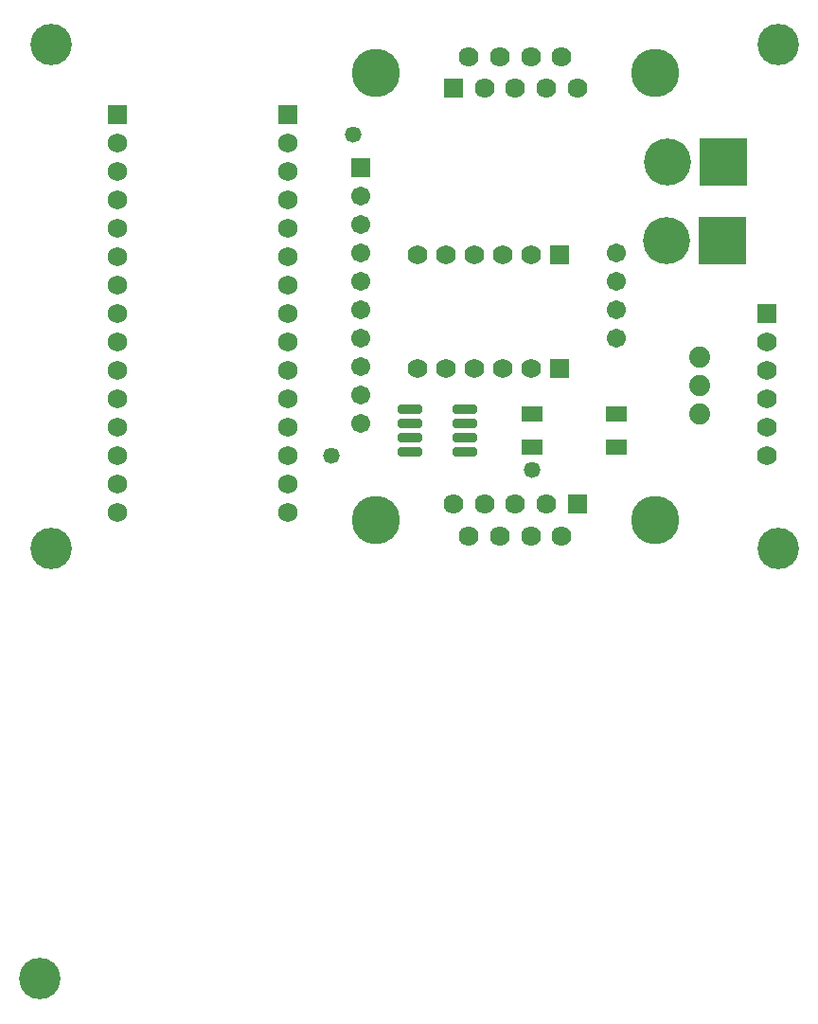
<source format=gts>
G04*
G04 #@! TF.GenerationSoftware,Altium Limited,Altium Designer,22.8.2 (66)*
G04*
G04 Layer_Color=8388736*
%FSLAX42Y42*%
%MOMM*%
G71*
G04*
G04 #@! TF.SameCoordinates,A2DC5003-0238-437C-B528-B030F6F49A69*
G04*
G04*
G04 #@! TF.FilePolarity,Negative*
G04*
G01*
G75*
G04:AMPARAMS|DCode=16|XSize=2.17mm|YSize=0.8mm|CornerRadius=0.18mm|HoleSize=0mm|Usage=FLASHONLY|Rotation=0.000|XOffset=0mm|YOffset=0mm|HoleType=Round|Shape=RoundedRectangle|*
%AMROUNDEDRECTD16*
21,1,2.17,0.45,0,0,0.0*
21,1,1.82,0.80,0,0,0.0*
1,1,0.35,0.91,-0.23*
1,1,0.35,-0.91,-0.23*
1,1,0.35,-0.91,0.23*
1,1,0.35,0.91,0.23*
%
%ADD16ROUNDEDRECTD16*%
%ADD17R,1.97X1.33*%
%ADD18C,4.32*%
%ADD19R,1.78X1.78*%
%ADD20C,1.78*%
%ADD21R,1.71X1.71*%
%ADD22C,1.71*%
%ADD23C,1.73*%
%ADD24R,1.73X1.73*%
%ADD25R,1.76X1.76*%
%ADD26C,1.76*%
%ADD27C,4.20*%
%ADD28R,4.20X4.20*%
%ADD29C,3.70*%
%ADD30R,1.76X1.76*%
%ADD31C,1.88*%
%ADD32C,1.47*%
D16*
X3453Y1490D02*
D03*
Y1364D02*
D03*
Y1236D02*
D03*
Y1110D02*
D03*
X3947D02*
D03*
Y1236D02*
D03*
Y1364D02*
D03*
Y1490D02*
D03*
D17*
X4550Y1447D02*
D03*
Y1153D02*
D03*
X5300Y1447D02*
D03*
Y1153D02*
D03*
D18*
X5649Y500D02*
D03*
X3150D02*
D03*
X5649Y4500D02*
D03*
X3150D02*
D03*
D19*
X4954Y642D02*
D03*
X3846Y4358D02*
D03*
D20*
X4815Y358D02*
D03*
X4677Y642D02*
D03*
X4538Y358D02*
D03*
X4400Y642D02*
D03*
X4262Y358D02*
D03*
X4123Y642D02*
D03*
X3985Y358D02*
D03*
X3846Y642D02*
D03*
X4954Y4358D02*
D03*
X4815Y4642D02*
D03*
X4677Y4358D02*
D03*
X4538Y4642D02*
D03*
X4400Y4358D02*
D03*
X4262Y4642D02*
D03*
X4123Y4358D02*
D03*
X3985Y4642D02*
D03*
D21*
X3014Y3648D02*
D03*
D22*
Y3140D02*
D03*
Y2886D02*
D03*
Y2632D02*
D03*
Y2378D02*
D03*
Y2124D02*
D03*
Y1870D02*
D03*
Y1616D02*
D03*
Y1362D02*
D03*
Y3394D02*
D03*
X5300Y2886D02*
D03*
Y2632D02*
D03*
Y2378D02*
D03*
Y2124D02*
D03*
D23*
X838Y566D02*
D03*
Y819D02*
D03*
Y1073D02*
D03*
Y1327D02*
D03*
Y1581D02*
D03*
Y1835D02*
D03*
Y2090D02*
D03*
Y2343D02*
D03*
Y2598D02*
D03*
Y2851D02*
D03*
Y3106D02*
D03*
Y3360D02*
D03*
Y3613D02*
D03*
Y3867D02*
D03*
X2362Y566D02*
D03*
Y819D02*
D03*
Y1073D02*
D03*
Y1327D02*
D03*
Y1581D02*
D03*
Y1835D02*
D03*
Y2090D02*
D03*
Y2343D02*
D03*
Y2598D02*
D03*
Y2851D02*
D03*
Y3106D02*
D03*
Y3360D02*
D03*
Y3613D02*
D03*
Y3867D02*
D03*
D24*
X838Y4122D02*
D03*
X2362D02*
D03*
D25*
X4795Y2871D02*
D03*
Y1855D02*
D03*
D26*
X4287Y2871D02*
D03*
X4033D02*
D03*
X3779D02*
D03*
X3525D02*
D03*
X4541D02*
D03*
Y1855D02*
D03*
X4287D02*
D03*
X4033D02*
D03*
X3779D02*
D03*
X3525D02*
D03*
X6650Y1080D02*
D03*
Y1334D02*
D03*
Y1588D02*
D03*
Y1842D02*
D03*
Y2096D02*
D03*
D27*
X5760Y3700D02*
D03*
X5750Y3000D02*
D03*
D28*
X6260Y3700D02*
D03*
X6250Y3000D02*
D03*
D29*
X250Y250D02*
D03*
X6750D02*
D03*
Y4750D02*
D03*
X250D02*
D03*
X150Y-3600D02*
D03*
D30*
X6650Y2350D02*
D03*
D31*
X6050Y1954D02*
D03*
Y1446D02*
D03*
Y1700D02*
D03*
D32*
X2750Y1080D02*
D03*
X2950Y3950D02*
D03*
X4550Y950D02*
D03*
M02*

</source>
